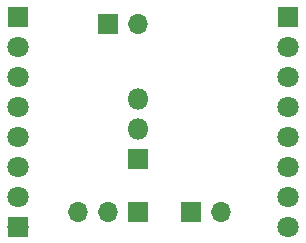
<source format=gtl>
%TF.GenerationSoftware,KiCad,Pcbnew,(6.0.2-0)*%
%TF.CreationDate,2022-07-24T07:52:35+02:00*%
%TF.ProjectId,ESP32Anglerfish,45535033-3241-46e6-976c-657266697368,rev?*%
%TF.SameCoordinates,Original*%
%TF.FileFunction,Copper,L1,Top*%
%TF.FilePolarity,Positive*%
%FSLAX46Y46*%
G04 Gerber Fmt 4.6, Leading zero omitted, Abs format (unit mm)*
G04 Created by KiCad (PCBNEW (6.0.2-0)) date 2022-07-24 07:52:35*
%MOMM*%
%LPD*%
G01*
G04 APERTURE LIST*
%TA.AperFunction,ComponentPad*%
%ADD10R,1.700000X1.700000*%
%TD*%
%TA.AperFunction,ComponentPad*%
%ADD11O,1.700000X1.700000*%
%TD*%
%TA.AperFunction,ComponentPad*%
%ADD12C,1.800000*%
%TD*%
%TA.AperFunction,ComponentPad*%
%ADD13R,1.800000X1.800000*%
%TD*%
%TA.AperFunction,ComponentPad*%
%ADD14O,1.800000X1.800000*%
%TD*%
G04 APERTURE END LIST*
D10*
%TO.P,J2,1,Pin_1*%
%TO.N,+5V*%
X98450000Y-65405000D03*
D11*
%TO.P,J2,2,Pin_2*%
%TO.N,GND*%
X98450000Y-67945000D03*
%TO.P,J2,3,Pin_3*%
%TO.N,Net-(J2-Pad3)*%
X98450000Y-70485000D03*
%TO.P,J2,4,Pin_4*%
%TO.N,Net-(J2-Pad4)*%
X98450000Y-73025000D03*
%TO.P,J2,5,Pin_5*%
%TO.N,Net-(J2-Pad5)*%
X98450000Y-75565000D03*
%TO.P,J2,6,Pin_6*%
%TO.N,Net-(J2-Pad6)*%
X98450000Y-78105000D03*
%TO.P,J2,7,Pin_7*%
%TO.N,Net-(J2-Pad7)*%
X98450000Y-80645000D03*
%TO.P,J2,8,Pin_8*%
%TO.N,Net-(J2-Pad8)*%
X98450000Y-83185000D03*
%TD*%
D12*
%TO.P,U1,1,GPIO4*%
%TO.N,Net-(J2-Pad8)*%
X98425000Y-83185000D03*
%TO.P,U1,2,GPIO2*%
%TO.N,Net-(J2-Pad7)*%
X98425000Y-80645000D03*
%TO.P,U1,3,GPIO14*%
%TO.N,Net-(J2-Pad6)*%
X98425000Y-78105000D03*
%TO.P,U1,4,GPIO15*%
%TO.N,Net-(J2-Pad5)*%
X98425000Y-75565000D03*
%TO.P,U1,5,GPIO13*%
%TO.N,Net-(J2-Pad4)*%
X98425000Y-73025000D03*
%TO.P,U1,6,GPIO12*%
%TO.N,Net-(J2-Pad3)*%
X98425000Y-70485000D03*
%TO.P,U1,7,GND*%
%TO.N,GND*%
X98425000Y-67945000D03*
D13*
%TO.P,U1,8,5V*%
%TO.N,+5V*%
X98425000Y-65405000D03*
D12*
%TO.P,U1,9,GND*%
%TO.N,GND*%
X75565000Y-83185000D03*
%TO.P,U1,10,GPIO1*%
%TO.N,Net-(J1-Pad2)*%
X75565000Y-80645000D03*
%TO.P,U1,11,GPIO3*%
%TO.N,Net-(J1-Pad3)*%
X75565000Y-78105000D03*
%TO.P,U1,12,P_out*%
%TO.N,Net-(J1-Pad4)*%
X75565000Y-75565000D03*
%TO.P,U1,13,GND*%
%TO.N,GND*%
X75565000Y-73025000D03*
%TO.P,U1,14,GPIO0*%
%TO.N,Net-(J1-Pad6)*%
X75565000Y-70485000D03*
%TO.P,U1,15,GPIO16*%
%TO.N,Net-(J1-Pad7)*%
X75565000Y-67945000D03*
D13*
%TO.P,U1,16,3.3V*%
%TO.N,Net-(J1-Pad8)*%
X75565000Y-65405000D03*
%TD*%
D10*
%TO.P,J4,1,Pin_1*%
%TO.N,+5V*%
X85710000Y-81915000D03*
D11*
%TO.P,J4,2,Pin_2*%
%TO.N,Net-(J2-Pad8)*%
X83170000Y-81915000D03*
%TO.P,J4,3,Pin_3*%
%TO.N,GND*%
X80630000Y-81915000D03*
%TD*%
D13*
%TO.P,Q1,1,E*%
%TO.N,Net-(J5-Pad1)*%
X85725000Y-77470000D03*
D14*
%TO.P,Q1,2,C*%
%TO.N,+5V*%
X85725000Y-74930000D03*
%TO.P,Q1,3,B*%
%TO.N,Net-(J1-Pad3)*%
X85725000Y-72390000D03*
%TD*%
D10*
%TO.P,J5,1,Pin_1*%
%TO.N,Net-(J5-Pad1)*%
X90190000Y-81915000D03*
D11*
%TO.P,J5,2,Pin_2*%
%TO.N,GND*%
X92730000Y-81915000D03*
%TD*%
D10*
%TO.P,J3,1,Pin_1*%
%TO.N,GND*%
X83185000Y-66040000D03*
D11*
%TO.P,J3,2,Pin_2*%
%TO.N,+5V*%
X85725000Y-66040000D03*
%TD*%
D10*
%TO.P,J1,1,Pin_1*%
%TO.N,GND*%
X75565000Y-83185000D03*
D11*
%TO.P,J1,2,Pin_2*%
%TO.N,Net-(J1-Pad2)*%
X75565000Y-80645000D03*
%TO.P,J1,3,Pin_3*%
%TO.N,Net-(J1-Pad3)*%
X75565000Y-78105000D03*
%TO.P,J1,4,Pin_4*%
%TO.N,Net-(J1-Pad4)*%
X75565000Y-75565000D03*
%TO.P,J1,5,Pin_5*%
%TO.N,GND*%
X75565000Y-73025000D03*
%TO.P,J1,6,Pin_6*%
%TO.N,Net-(J1-Pad6)*%
X75565000Y-70485000D03*
%TO.P,J1,7,Pin_7*%
%TO.N,Net-(J1-Pad7)*%
X75565000Y-67945000D03*
%TO.P,J1,8,Pin_8*%
%TO.N,Net-(J1-Pad8)*%
X75565000Y-65405000D03*
%TD*%
M02*

</source>
